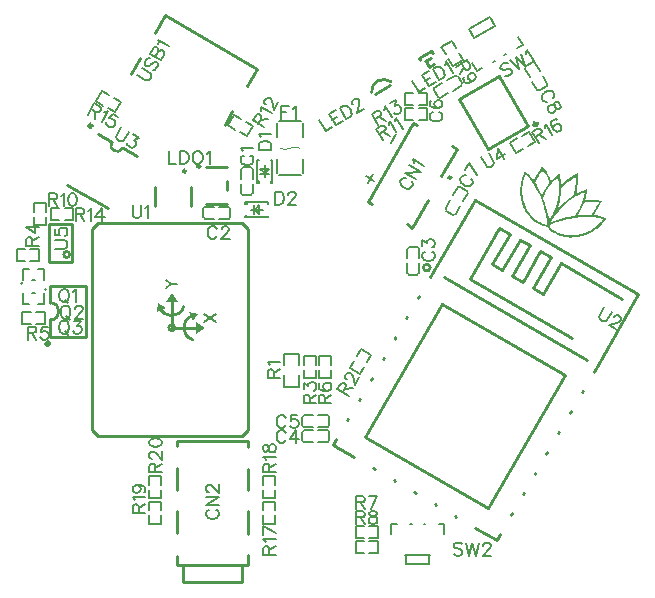
<source format=gto>
G04 Layer: TopSilkscreenLayer*
G04 EasyEDA v6.5.22, 2023-01-18 14:56:14*
G04 eb7a50f388b942ddb5e33576d95934dd,93c32eb58a6e4653a9b851d96a472eee,10*
G04 Gerber Generator version 0.2*
G04 Scale: 100 percent, Rotated: No, Reflected: No *
G04 Dimensions in millimeters *
G04 leading zeros omitted , absolute positions ,4 integer and 5 decimal *
%FSLAX45Y45*%
%MOMM*%

%ADD10C,0.2032*%
%ADD11C,0.1524*%
%ADD12C,0.1520*%
%ADD13C,0.2540*%
%ADD14C,0.1520*%
%ADD15C,0.1900*%
%ADD16C,0.0762*%
%ADD17C,0.3000*%
%ADD18C,0.0143*%

%LPD*%
G36*
X2424531Y3067405D02*
G01*
X2422550Y3067304D01*
X2421432Y3066745D01*
X2420010Y3065576D01*
X2416352Y3061208D01*
X2411272Y3053943D01*
X2404567Y3043428D01*
X2396083Y3029305D01*
X2354122Y2956814D01*
X2339644Y2975203D01*
X2331262Y2985058D01*
X2322474Y2994710D01*
X2313635Y3003804D01*
X2305050Y3011982D01*
X2297074Y3018891D01*
X2288133Y3025495D01*
X2283815Y3027781D01*
X2280259Y3028340D01*
X2277160Y3027019D01*
X2274265Y3023463D01*
X2271268Y3017570D01*
X2267915Y3009087D01*
X2261768Y2991408D01*
X2257806Y2978810D01*
X2254250Y2966262D01*
X2251100Y2953816D01*
X2248306Y2941421D01*
X2245969Y2929128D01*
X2243988Y2916885D01*
X2242413Y2904693D01*
X2241296Y2892602D01*
X2240483Y2880614D01*
X2240127Y2867456D01*
X2257348Y2867456D01*
X2257501Y2879445D01*
X2258110Y2891434D01*
X2259126Y2903372D01*
X2260600Y2915208D01*
X2262479Y2926943D01*
X2264765Y2938526D01*
X2267559Y2949956D01*
X2270760Y2961233D01*
X2282088Y2996184D01*
X2285542Y3005683D01*
X2300478Y2991967D01*
X2311806Y2980486D01*
X2319680Y2971901D01*
X2325268Y2965094D01*
X2331212Y2957322D01*
X2343822Y2939135D01*
X2367534Y2939135D01*
X2368296Y2942234D01*
X2370074Y2946654D01*
X2372817Y2952496D01*
X2381554Y2969006D01*
X2395118Y2992932D01*
X2410612Y3019399D01*
X2415997Y3028188D01*
X2420112Y3034436D01*
X2423210Y3038500D01*
X2425496Y3040786D01*
X2427274Y3041548D01*
X2428748Y3041192D01*
X2431592Y3038551D01*
X2436164Y3033217D01*
X2441803Y3026003D01*
X2447899Y3017621D01*
X2455621Y3005836D01*
X2463444Y2992323D01*
X2470861Y2978251D01*
X2477312Y2964637D01*
X2482189Y2952597D01*
X2483916Y2947517D01*
X2485085Y2943250D01*
X2485491Y2940608D01*
X2485491Y2938068D01*
X2484882Y2935427D01*
X2483561Y2932277D01*
X2481326Y2928416D01*
X2473553Y2917190D01*
X2463546Y2903524D01*
X2454656Y2890469D01*
X2445867Y2876651D01*
X2438196Y2863646D01*
X2429865Y2848203D01*
X2422296Y2834894D01*
X2420924Y2833065D01*
X2417927Y2838958D01*
X2407361Y2862072D01*
X2401062Y2874670D01*
X2369616Y2932938D01*
X2367584Y2937256D01*
X2367534Y2939135D01*
X2343822Y2939135D01*
X2356662Y2918764D01*
X2363266Y2907690D01*
X2376373Y2884220D01*
X2382824Y2872079D01*
X2392222Y2853537D01*
X2403957Y2828696D01*
X2412214Y2809697D01*
X2434183Y2809697D01*
X2434336Y2812897D01*
X2434844Y2815640D01*
X2437384Y2822244D01*
X2441600Y2831134D01*
X2447137Y2841701D01*
X2453741Y2853436D01*
X2461107Y2865932D01*
X2468880Y2878531D01*
X2476804Y2890875D01*
X2484577Y2902356D01*
X2491841Y2912516D01*
X2498293Y2920796D01*
X2509266Y2933649D01*
X2520137Y2945739D01*
X2530449Y2956661D01*
X2539847Y2966110D01*
X2547924Y2973628D01*
X2554325Y2978912D01*
X2558643Y2981502D01*
X2559913Y2981655D01*
X2560472Y2981045D01*
X2562098Y2968904D01*
X2566111Y2932480D01*
X2567787Y2908655D01*
X2568244Y2896971D01*
X2568295Y2874060D01*
X2567940Y2862732D01*
X2567279Y2851505D01*
X2565095Y2829255D01*
X2562656Y2812694D01*
X2559608Y2796082D01*
X2557170Y2784957D01*
X2554427Y2773832D01*
X2547975Y2751328D01*
X2540254Y2728417D01*
X2533961Y2711805D01*
X2554071Y2711805D01*
X2564841Y2743911D01*
X2567940Y2754020D01*
X2570734Y2764180D01*
X2573223Y2774492D01*
X2575509Y2785110D01*
X2577541Y2796082D01*
X2579370Y2807512D01*
X2582367Y2832100D01*
X2586278Y2873756D01*
X2587853Y2884932D01*
X2589276Y2892044D01*
X2589936Y2893669D01*
X2591257Y2895295D01*
X2596845Y2900578D01*
X2605684Y2908096D01*
X2630068Y2927502D01*
X2658668Y2949194D01*
X2672638Y2959506D01*
X2696514Y2976321D01*
X2704846Y2981756D01*
X2709875Y2984449D01*
X2710891Y2984601D01*
X2711348Y2982010D01*
X2711450Y2975660D01*
X2711246Y2966466D01*
X2710332Y2949549D01*
X2708148Y2924911D01*
X2704947Y2898851D01*
X2700832Y2872079D01*
X2698445Y2858668D01*
X2692755Y2829509D01*
X2657906Y2806496D01*
X2647543Y2799181D01*
X2637028Y2791358D01*
X2626461Y2783128D01*
X2616047Y2774594D01*
X2605989Y2765907D01*
X2596337Y2757220D01*
X2587294Y2748635D01*
X2578963Y2740304D01*
X2571597Y2732328D01*
X2554071Y2711805D01*
X2533961Y2711805D01*
X2526233Y2692958D01*
X2515158Y2668422D01*
X2502712Y2642920D01*
X2486202Y2610256D01*
X2481732Y2634792D01*
X2479700Y2644495D01*
X2473858Y2668828D01*
X2466492Y2697073D01*
X2458364Y2726232D01*
X2450439Y2753106D01*
X2446782Y2764739D01*
X2437688Y2791510D01*
X2436215Y2796895D01*
X2435148Y2801721D01*
X2434488Y2805988D01*
X2434183Y2809697D01*
X2412214Y2809697D01*
X2420772Y2787904D01*
X2429103Y2763774D01*
X2437130Y2737866D01*
X2444699Y2710942D01*
X2449931Y2690723D01*
X2456078Y2664409D01*
X2461107Y2639618D01*
X2463139Y2628138D01*
X2466551Y2602687D01*
X2500325Y2602687D01*
X2520442Y2633878D01*
X2528265Y2645613D01*
X2544114Y2668168D01*
X2552090Y2678887D01*
X2564130Y2694432D01*
X2572207Y2704338D01*
X2588514Y2723134D01*
X2604973Y2740558D01*
X2613253Y2748788D01*
X2621584Y2756662D01*
X2629966Y2764180D01*
X2646832Y2778201D01*
X2655316Y2784652D01*
X2663850Y2790799D01*
X2672384Y2796590D01*
X2681020Y2802077D01*
X2689148Y2806750D01*
X2712669Y2819146D01*
X2740456Y2832963D01*
X2766060Y2845054D01*
X2776016Y2849422D01*
X2782976Y2852216D01*
X2786176Y2853029D01*
X2785973Y2850946D01*
X2783332Y2837383D01*
X2779826Y2821736D01*
X2776728Y2809798D01*
X2773172Y2797759D01*
X2769158Y2785516D01*
X2764688Y2773222D01*
X2759811Y2760878D01*
X2754528Y2748534D01*
X2748838Y2736240D01*
X2742793Y2724048D01*
X2736392Y2712008D01*
X2728010Y2697124D01*
X2719425Y2682494D01*
X2712364Y2671419D01*
X2709214Y2667101D01*
X2706166Y2663393D01*
X2703169Y2660345D01*
X2700172Y2657805D01*
X2726842Y2657805D01*
X2780690Y2761183D01*
X2782468Y2763621D01*
X2784602Y2765501D01*
X2787446Y2766974D01*
X2791256Y2768193D01*
X2796336Y2769260D01*
X2811576Y2771394D01*
X2823413Y2772460D01*
X2836672Y2773121D01*
X2850438Y2773324D01*
X2864053Y2773121D01*
X2876651Y2772511D01*
X2887472Y2771597D01*
X2895752Y2770276D01*
X2898698Y2769514D01*
X2900730Y2768650D01*
X2902813Y2766517D01*
X2902813Y2762910D01*
X2900426Y2756763D01*
X2892653Y2741930D01*
X2878988Y2718104D01*
X2864002Y2693263D01*
X2851505Y2673604D01*
X2846019Y2666034D01*
X2843377Y2664155D01*
X2839669Y2662783D01*
X2835402Y2662123D01*
X2827934Y2662478D01*
X2817164Y2662529D01*
X2801670Y2662123D01*
X2783332Y2661259D01*
X2726842Y2657805D01*
X2700172Y2657805D01*
X2697073Y2655722D01*
X2693771Y2654046D01*
X2690215Y2652674D01*
X2686304Y2651506D01*
X2677160Y2649626D01*
X2657602Y2646121D01*
X2633675Y2640939D01*
X2606294Y2634335D01*
X2578201Y2627020D01*
X2551938Y2619705D01*
X2530246Y2612999D01*
X2500325Y2602687D01*
X2466551Y2602687D01*
X2467152Y2594356D01*
X2467559Y2579116D01*
X2445308Y2584500D01*
X2434234Y2588056D01*
X2422956Y2592578D01*
X2411577Y2597962D01*
X2400147Y2604109D01*
X2388768Y2611069D01*
X2377541Y2618689D01*
X2366518Y2626969D01*
X2355850Y2635808D01*
X2345588Y2645156D01*
X2335834Y2654960D01*
X2326640Y2665171D01*
X2318867Y2674721D01*
X2312314Y2683713D01*
X2306066Y2693060D01*
X2300173Y2702763D01*
X2294636Y2712821D01*
X2289454Y2723134D01*
X2284679Y2733700D01*
X2280259Y2744520D01*
X2276195Y2755595D01*
X2272538Y2766822D01*
X2269236Y2778302D01*
X2266340Y2789885D01*
X2263851Y2801620D01*
X2261768Y2813456D01*
X2260092Y2825343D01*
X2258771Y2837332D01*
X2257907Y2849372D01*
X2257348Y2867456D01*
X2240127Y2867456D01*
X2240178Y2856788D01*
X2240635Y2845003D01*
X2241448Y2833268D01*
X2242667Y2821635D01*
X2244293Y2810103D01*
X2246376Y2798622D01*
X2248763Y2787192D01*
X2251608Y2775864D01*
X2254859Y2764637D01*
X2258466Y2753461D01*
X2262530Y2742387D01*
X2266950Y2731363D01*
X2271776Y2720390D01*
X2277008Y2709570D01*
X2282647Y2698750D01*
X2288743Y2688031D01*
X2295448Y2677414D01*
X2302662Y2667050D01*
X2310333Y2657043D01*
X2318461Y2647340D01*
X2326995Y2637993D01*
X2335936Y2629103D01*
X2345131Y2620568D01*
X2354630Y2612542D01*
X2364384Y2605024D01*
X2374341Y2598013D01*
X2384450Y2591562D01*
X2394661Y2585720D01*
X2404973Y2580487D01*
X2415286Y2575864D01*
X2425598Y2572004D01*
X2435860Y2568803D01*
X2439412Y2567889D01*
X2485898Y2567889D01*
X2485948Y2569006D01*
X2486660Y2570276D01*
X2487879Y2571648D01*
X2489758Y2573223D01*
X2495042Y2576626D01*
X2502306Y2580487D01*
X2511348Y2584653D01*
X2521915Y2589123D01*
X2546908Y2598420D01*
X2560878Y2603144D01*
X2575560Y2607818D01*
X2590749Y2612339D01*
X2606192Y2616657D01*
X2621737Y2620670D01*
X2637129Y2624277D01*
X2663088Y2629712D01*
X2689098Y2634284D01*
X2715056Y2638094D01*
X2740710Y2641041D01*
X2766009Y2643124D01*
X2790748Y2644444D01*
X2808833Y2644800D01*
X2832201Y2644597D01*
X2854604Y2643479D01*
X2875889Y2641447D01*
X2889961Y2639466D01*
X2909620Y2635656D01*
X2927604Y2631236D01*
X2934563Y2629204D01*
X2939338Y2627477D01*
X2941320Y2626156D01*
X2940100Y2624226D01*
X2931007Y2612898D01*
X2919882Y2599944D01*
X2910789Y2590190D01*
X2901391Y2580843D01*
X2891688Y2571902D01*
X2881680Y2563418D01*
X2871419Y2555341D01*
X2860802Y2547721D01*
X2849930Y2540508D01*
X2838805Y2533751D01*
X2827375Y2527401D01*
X2815691Y2521508D01*
X2803753Y2516073D01*
X2791561Y2511094D01*
X2779115Y2506573D01*
X2766415Y2502509D01*
X2753461Y2498902D01*
X2740660Y2495854D01*
X2728112Y2493365D01*
X2715615Y2491384D01*
X2703169Y2489911D01*
X2690774Y2488996D01*
X2678430Y2488539D01*
X2666187Y2488641D01*
X2653995Y2489200D01*
X2641955Y2490317D01*
X2630017Y2491892D01*
X2618181Y2493975D01*
X2606497Y2496566D01*
X2594965Y2499664D01*
X2583586Y2503271D01*
X2572359Y2507335D01*
X2561336Y2511907D01*
X2550515Y2516987D01*
X2539898Y2522575D01*
X2530348Y2528214D01*
X2520492Y2535275D01*
X2509977Y2543606D01*
X2500071Y2552242D01*
X2491943Y2560066D01*
X2488996Y2563317D01*
X2486914Y2565958D01*
X2485898Y2567889D01*
X2439412Y2567889D01*
X2446070Y2566365D01*
X2460599Y2563672D01*
X2466695Y2561386D01*
X2471724Y2557272D01*
X2481580Y2545943D01*
X2490063Y2537510D01*
X2500071Y2528976D01*
X2511298Y2520543D01*
X2523388Y2512466D01*
X2536037Y2504846D01*
X2548940Y2497988D01*
X2561793Y2492095D01*
X2574899Y2487015D01*
X2587904Y2482494D01*
X2600299Y2478735D01*
X2612237Y2475687D01*
X2623921Y2473248D01*
X2635605Y2471521D01*
X2647442Y2470353D01*
X2659634Y2469794D01*
X2672384Y2469794D01*
X2685897Y2470302D01*
X2698902Y2471216D01*
X2710738Y2472486D01*
X2722575Y2474163D01*
X2734462Y2476296D01*
X2746298Y2478836D01*
X2758084Y2481783D01*
X2769768Y2485136D01*
X2781401Y2488844D01*
X2792933Y2492959D01*
X2804312Y2497429D01*
X2815488Y2502255D01*
X2826562Y2507386D01*
X2837383Y2512923D01*
X2847949Y2518765D01*
X2858312Y2524912D01*
X2868422Y2531364D01*
X2878175Y2538120D01*
X2887675Y2545181D01*
X2896768Y2552496D01*
X2905556Y2560116D01*
X2913684Y2567736D01*
X2922981Y2577287D01*
X2933344Y2588361D01*
X2943453Y2599740D01*
X2959404Y2618740D01*
X2965246Y2626766D01*
X2966872Y2631186D01*
X2965500Y2634030D01*
X2963468Y2635707D01*
X2960522Y2637536D01*
X2956712Y2639466D01*
X2946958Y2643479D01*
X2935020Y2647492D01*
X2921711Y2651252D01*
X2907893Y2654604D01*
X2894380Y2657246D01*
X2881934Y2658973D01*
X2865932Y2660446D01*
X2866898Y2662631D01*
X2874873Y2677312D01*
X2910027Y2739136D01*
X2917139Y2751988D01*
X2926842Y2770784D01*
X2928874Y2775559D01*
X2929026Y2776524D01*
X2927248Y2778506D01*
X2923184Y2780639D01*
X2917190Y2782824D01*
X2909671Y2784906D01*
X2900984Y2786837D01*
X2891536Y2788564D01*
X2881630Y2789885D01*
X2871724Y2790799D01*
X2858262Y2791307D01*
X2843276Y2791307D01*
X2828290Y2790799D01*
X2814828Y2789936D01*
X2804464Y2788716D01*
X2800959Y2788005D01*
X2798775Y2787243D01*
X2794914Y2786532D01*
X2791460Y2787904D01*
X2789377Y2790596D01*
X2789732Y2793847D01*
X2790698Y2796082D01*
X2793492Y2805176D01*
X2800756Y2833827D01*
X2804109Y2848813D01*
X2806547Y2861208D01*
X2808833Y2877972D01*
X2792425Y2873908D01*
X2782925Y2870758D01*
X2770733Y2866186D01*
X2738120Y2852978D01*
X2727807Y2849321D01*
X2720695Y2847390D01*
X2717901Y2847594D01*
X2717850Y2849829D01*
X2719120Y2858465D01*
X2720695Y2866136D01*
X2721762Y2873705D01*
X2724048Y2897378D01*
X2726385Y2927756D01*
X2728315Y2959354D01*
X2729585Y2986633D01*
X2729738Y3004108D01*
X2728366Y3015640D01*
X2709468Y3004870D01*
X2698496Y2998216D01*
X2673604Y2982112D01*
X2647340Y2964180D01*
X2623007Y2946806D01*
X2603855Y2932176D01*
X2597200Y2926588D01*
X2593035Y2922574D01*
X2590749Y2919628D01*
X2589631Y2919425D01*
X2588514Y2920695D01*
X2587447Y2923641D01*
X2586329Y2928315D01*
X2583891Y2943504D01*
X2581656Y2960878D01*
X2579624Y2974441D01*
X2577388Y2987040D01*
X2575204Y2997149D01*
X2569921Y3015843D01*
X2559913Y3007969D01*
X2543860Y2993339D01*
X2501595Y2952292D01*
X2491587Y2976016D01*
X2485491Y2989224D01*
X2478481Y3002534D01*
X2470810Y3015538D01*
X2462784Y3027883D01*
X2454656Y3039211D01*
X2446731Y3049117D01*
X2439263Y3057245D01*
X2435809Y3060547D01*
X2432558Y3063240D01*
X2429611Y3065322D01*
X2426919Y3066745D01*
G37*
D10*
X1185443Y3343384D02*
G01*
X1144549Y3272553D01*
X1004450Y2948106D02*
G01*
X933401Y2989127D01*
X989482Y3003969D02*
G01*
X948588Y2933138D01*
D11*
X-761723Y2038880D02*
G01*
X-715749Y2075710D01*
X-664949Y2075710D01*
X-761723Y2112794D02*
G01*
X-715749Y2075710D01*
X-436140Y1757265D02*
G01*
X-339112Y1821781D01*
X-436140Y1821781D02*
G01*
X-339112Y1757265D01*
X-102108Y3164078D02*
G01*
X-112522Y3158744D01*
X-122936Y3148329D01*
X-128015Y3138170D01*
X-128015Y3117342D01*
X-122936Y3106928D01*
X-112522Y3096513D01*
X-102108Y3091179D01*
X-86359Y3086100D01*
X-60452Y3086100D01*
X-44958Y3091179D01*
X-34543Y3096513D01*
X-24129Y3106928D01*
X-19050Y3117342D01*
X-19050Y3138170D01*
X-24129Y3148329D01*
X-34543Y3158744D01*
X-44958Y3164078D01*
X-107188Y3198368D02*
G01*
X-112522Y3208781D01*
X-128015Y3224276D01*
X-19050Y3224276D01*
X-328422Y2540507D02*
G01*
X-333756Y2550921D01*
X-344170Y2561336D01*
X-354329Y2566415D01*
X-375158Y2566415D01*
X-385572Y2561336D01*
X-395986Y2550921D01*
X-401320Y2540507D01*
X-406400Y2524760D01*
X-406400Y2498852D01*
X-401320Y2483357D01*
X-395986Y2472944D01*
X-385572Y2462529D01*
X-375158Y2457450D01*
X-354329Y2457450D01*
X-344170Y2462529D01*
X-333756Y2472944D01*
X-328422Y2483357D01*
X-289052Y2540507D02*
G01*
X-289052Y2545587D01*
X-283718Y2556002D01*
X-278638Y2561336D01*
X-268224Y2566415D01*
X-247395Y2566415D01*
X-236981Y2561336D01*
X-231902Y2556002D01*
X-226568Y2545587D01*
X-226568Y2535173D01*
X-231902Y2524760D01*
X-242315Y2509265D01*
X-294131Y2457450D01*
X-221488Y2457450D01*
X24384Y3213100D02*
G01*
X133350Y3213100D01*
X24384Y3213100D02*
G01*
X24384Y3249421D01*
X29463Y3265170D01*
X39877Y3275329D01*
X50291Y3280663D01*
X66040Y3285744D01*
X91947Y3285744D01*
X107441Y3280663D01*
X117856Y3275329D01*
X128270Y3265170D01*
X133350Y3249421D01*
X133350Y3213100D01*
X45211Y3320034D02*
G01*
X39877Y3330447D01*
X24384Y3346195D01*
X133350Y3346195D01*
X165100Y2858515D02*
G01*
X165100Y2749550D01*
X165100Y2858515D02*
G01*
X201422Y2858515D01*
X217170Y2853436D01*
X227329Y2843021D01*
X232663Y2832607D01*
X237743Y2816860D01*
X237743Y2790952D01*
X232663Y2775457D01*
X227329Y2765044D01*
X217170Y2754629D01*
X201422Y2749550D01*
X165100Y2749550D01*
X277368Y2832607D02*
G01*
X277368Y2837687D01*
X282447Y2848102D01*
X287781Y2853436D01*
X298195Y2858515D01*
X318770Y2858515D01*
X329184Y2853436D01*
X334518Y2848102D01*
X339597Y2837687D01*
X339597Y2827273D01*
X334518Y2816860D01*
X324104Y2801365D01*
X272034Y2749550D01*
X344931Y2749550D01*
X215900Y3582415D02*
G01*
X215900Y3473450D01*
X215900Y3582415D02*
G01*
X283463Y3582415D01*
X215900Y3530600D02*
G01*
X257556Y3530600D01*
X317754Y3561587D02*
G01*
X328168Y3566921D01*
X343661Y3582415D01*
X343661Y3473450D01*
X539241Y3465367D02*
G01*
X593725Y3370999D01*
X593725Y3370999D02*
G01*
X647618Y3402114D01*
X622830Y3513627D02*
G01*
X677313Y3419259D01*
X622830Y3513627D02*
G01*
X681342Y3547409D01*
X648738Y3468753D02*
G01*
X684814Y3489581D01*
X677313Y3419259D02*
G01*
X735825Y3453041D01*
X711039Y3564554D02*
G01*
X765522Y3470186D01*
X711039Y3564554D02*
G01*
X742713Y3582842D01*
X758672Y3586190D01*
X772899Y3582377D01*
X782505Y3575898D01*
X794999Y3564928D01*
X807953Y3542489D01*
X811080Y3526406D01*
X811888Y3514846D01*
X808075Y3500620D01*
X797196Y3488474D01*
X765522Y3470186D01*
X821220Y3598250D02*
G01*
X818680Y3602649D01*
X818093Y3614336D01*
X819825Y3621496D01*
X826302Y3631102D01*
X844341Y3641516D01*
X855898Y3642324D01*
X862965Y3640244D01*
X872792Y3633891D01*
X877999Y3624872D01*
X878586Y3613188D01*
X877315Y3594562D01*
X858349Y3523780D01*
X921260Y3560102D01*
X-1632457Y2033015D02*
G01*
X-1642871Y2027936D01*
X-1653286Y2017521D01*
X-1658620Y2007107D01*
X-1663700Y1991360D01*
X-1663700Y1965452D01*
X-1658620Y1949957D01*
X-1653286Y1939544D01*
X-1642871Y1929129D01*
X-1632457Y1924050D01*
X-1611629Y1924050D01*
X-1601470Y1929129D01*
X-1591055Y1939544D01*
X-1585721Y1949957D01*
X-1580642Y1965452D01*
X-1580642Y1991360D01*
X-1585721Y2007107D01*
X-1591055Y2017521D01*
X-1601470Y2027936D01*
X-1611629Y2033015D01*
X-1632457Y2033015D01*
X-1616963Y1944623D02*
G01*
X-1585721Y1913636D01*
X-1546352Y2012187D02*
G01*
X-1535937Y2017521D01*
X-1520189Y2033015D01*
X-1520189Y1924050D01*
X-1619757Y1893315D02*
G01*
X-1630171Y1888236D01*
X-1640586Y1877821D01*
X-1645920Y1867407D01*
X-1651000Y1851660D01*
X-1651000Y1825752D01*
X-1645920Y1810257D01*
X-1640586Y1799844D01*
X-1630171Y1789429D01*
X-1619757Y1784350D01*
X-1598929Y1784350D01*
X-1588770Y1789429D01*
X-1578355Y1799844D01*
X-1573021Y1810257D01*
X-1567942Y1825752D01*
X-1567942Y1851660D01*
X-1573021Y1867407D01*
X-1578355Y1877821D01*
X-1588770Y1888236D01*
X-1598929Y1893315D01*
X-1619757Y1893315D01*
X-1604263Y1804923D02*
G01*
X-1573021Y1773936D01*
X-1528318Y1867407D02*
G01*
X-1528318Y1872487D01*
X-1523237Y1882902D01*
X-1517904Y1888236D01*
X-1507489Y1893315D01*
X-1486915Y1893315D01*
X-1476502Y1888236D01*
X-1471168Y1882902D01*
X-1466087Y1872487D01*
X-1466087Y1862073D01*
X-1471168Y1851660D01*
X-1481581Y1836165D01*
X-1533652Y1784350D01*
X-1460754Y1784350D01*
X-1632457Y1766315D02*
G01*
X-1642871Y1761236D01*
X-1653286Y1750821D01*
X-1658620Y1740407D01*
X-1663700Y1724660D01*
X-1663700Y1698752D01*
X-1658620Y1683257D01*
X-1653286Y1672844D01*
X-1642871Y1662429D01*
X-1632457Y1657350D01*
X-1611629Y1657350D01*
X-1601470Y1662429D01*
X-1591055Y1672844D01*
X-1585721Y1683257D01*
X-1580642Y1698752D01*
X-1580642Y1724660D01*
X-1585721Y1740407D01*
X-1591055Y1750821D01*
X-1601470Y1761236D01*
X-1611629Y1766315D01*
X-1632457Y1766315D01*
X-1616963Y1677923D02*
G01*
X-1585721Y1646936D01*
X-1535937Y1766315D02*
G01*
X-1478787Y1766315D01*
X-1510029Y1724660D01*
X-1494281Y1724660D01*
X-1483868Y1719579D01*
X-1478787Y1714500D01*
X-1473454Y1698752D01*
X-1473454Y1688337D01*
X-1478787Y1672844D01*
X-1489202Y1662429D01*
X-1504695Y1657350D01*
X-1520189Y1657350D01*
X-1535937Y1662429D01*
X-1541018Y1667510D01*
X-1546352Y1677923D01*
X100584Y1282700D02*
G01*
X209550Y1282700D01*
X100584Y1282700D02*
G01*
X100584Y1329436D01*
X105663Y1344929D01*
X110997Y1350263D01*
X121411Y1355344D01*
X131825Y1355344D01*
X142240Y1350263D01*
X147320Y1344929D01*
X152400Y1329436D01*
X152400Y1282700D01*
X152400Y1319021D02*
G01*
X209550Y1355344D01*
X121411Y1389634D02*
G01*
X116077Y1400047D01*
X100584Y1415795D01*
X209550Y1415795D01*
X691743Y1184485D02*
G01*
X786330Y1129875D01*
X691743Y1184485D02*
G01*
X715111Y1224960D01*
X727478Y1235712D01*
X734418Y1237571D01*
X746104Y1236985D01*
X755121Y1231778D01*
X761474Y1221950D01*
X763333Y1215011D01*
X760206Y1198925D01*
X736838Y1158450D01*
X754999Y1189906D02*
G01*
X822652Y1192789D01*
X770188Y1268539D02*
G01*
X765789Y1271079D01*
X759437Y1280906D01*
X757577Y1287846D01*
X758164Y1299530D01*
X768578Y1317569D01*
X778405Y1323921D01*
X785345Y1325780D01*
X797031Y1325191D01*
X806048Y1319984D01*
X812401Y1310159D01*
X820613Y1293393D01*
X839797Y1222484D01*
X876119Y1285394D01*
X405384Y1066800D02*
G01*
X514350Y1066800D01*
X405384Y1066800D02*
G01*
X405384Y1113536D01*
X410463Y1129029D01*
X415797Y1134363D01*
X426211Y1139444D01*
X436625Y1139444D01*
X447040Y1134363D01*
X452120Y1129029D01*
X457200Y1113536D01*
X457200Y1066800D01*
X457200Y1103121D02*
G01*
X514350Y1139444D01*
X405384Y1184147D02*
G01*
X405384Y1241297D01*
X447040Y1210310D01*
X447040Y1225804D01*
X452120Y1236218D01*
X457200Y1241297D01*
X472947Y1246631D01*
X483361Y1246631D01*
X498856Y1241297D01*
X509270Y1230884D01*
X514350Y1215389D01*
X514350Y1199895D01*
X509270Y1184147D01*
X504190Y1179068D01*
X493775Y1173734D01*
X-1944115Y2400300D02*
G01*
X-1835150Y2400300D01*
X-1944115Y2400300D02*
G01*
X-1944115Y2447036D01*
X-1939036Y2462529D01*
X-1933702Y2467863D01*
X-1923287Y2472944D01*
X-1912873Y2472944D01*
X-1902460Y2467863D01*
X-1897379Y2462529D01*
X-1892300Y2447036D01*
X-1892300Y2400300D01*
X-1892300Y2436621D02*
G01*
X-1835150Y2472944D01*
X-1944115Y2559304D02*
G01*
X-1871471Y2507234D01*
X-1871471Y2585212D01*
X-1944115Y2559304D02*
G01*
X-1835150Y2559304D01*
X-1930400Y1715515D02*
G01*
X-1930400Y1606550D01*
X-1930400Y1715515D02*
G01*
X-1883663Y1715515D01*
X-1868170Y1710436D01*
X-1862836Y1705102D01*
X-1857755Y1694687D01*
X-1857755Y1684273D01*
X-1862836Y1673860D01*
X-1868170Y1668779D01*
X-1883663Y1663700D01*
X-1930400Y1663700D01*
X-1894078Y1663700D02*
G01*
X-1857755Y1606550D01*
X-1760981Y1715515D02*
G01*
X-1813052Y1715515D01*
X-1818131Y1668779D01*
X-1813052Y1673860D01*
X-1797304Y1679194D01*
X-1781810Y1679194D01*
X-1766315Y1673860D01*
X-1755902Y1663700D01*
X-1750568Y1647952D01*
X-1750568Y1637537D01*
X-1755902Y1622044D01*
X-1766315Y1611629D01*
X-1781810Y1606550D01*
X-1797304Y1606550D01*
X-1813052Y1611629D01*
X-1818131Y1616710D01*
X-1823465Y1627123D01*
X532384Y1066800D02*
G01*
X641350Y1066800D01*
X532384Y1066800D02*
G01*
X532384Y1113536D01*
X537463Y1129029D01*
X542797Y1134363D01*
X553211Y1139444D01*
X563625Y1139444D01*
X574040Y1134363D01*
X579120Y1129029D01*
X584200Y1113536D01*
X584200Y1066800D01*
X584200Y1103121D02*
G01*
X641350Y1139444D01*
X547877Y1236218D02*
G01*
X537463Y1230884D01*
X532384Y1215389D01*
X532384Y1204976D01*
X537463Y1189481D01*
X553211Y1179068D01*
X579120Y1173734D01*
X605027Y1173734D01*
X625856Y1179068D01*
X636270Y1189481D01*
X641350Y1204976D01*
X641350Y1210310D01*
X636270Y1225804D01*
X625856Y1236218D01*
X610361Y1241297D01*
X605027Y1241297D01*
X589534Y1236218D01*
X579120Y1225804D01*
X574040Y1210310D01*
X574040Y1204976D01*
X579120Y1189481D01*
X589534Y1179068D01*
X605027Y1173734D01*
X850900Y280415D02*
G01*
X850900Y171450D01*
X850900Y280415D02*
G01*
X897636Y280415D01*
X913129Y275336D01*
X918463Y270002D01*
X923543Y259587D01*
X923543Y249173D01*
X918463Y238760D01*
X913129Y233679D01*
X897636Y228600D01*
X850900Y228600D01*
X887222Y228600D02*
G01*
X923543Y171450D01*
X1030731Y280415D02*
G01*
X978661Y171450D01*
X957834Y280415D02*
G01*
X1030731Y280415D01*
X850900Y153415D02*
G01*
X850900Y44450D01*
X850900Y153415D02*
G01*
X897636Y153415D01*
X913129Y148336D01*
X918463Y143002D01*
X923543Y132587D01*
X923543Y122173D01*
X918463Y111760D01*
X913129Y106679D01*
X897636Y101600D01*
X850900Y101600D01*
X887222Y101600D02*
G01*
X923543Y44450D01*
X983995Y153415D02*
G01*
X968247Y148336D01*
X963168Y137921D01*
X963168Y127507D01*
X968247Y117094D01*
X978661Y111760D01*
X999490Y106679D01*
X1014984Y101600D01*
X1025397Y91186D01*
X1030731Y80771D01*
X1030731Y65023D01*
X1025397Y54610D01*
X1020318Y49529D01*
X1004570Y44450D01*
X983995Y44450D01*
X968247Y49529D01*
X963168Y54610D01*
X957834Y65023D01*
X957834Y80771D01*
X963168Y91186D01*
X973581Y101600D01*
X989075Y106679D01*
X1009904Y111760D01*
X1020318Y117094D01*
X1025397Y127507D01*
X1025397Y137921D01*
X1020318Y148336D01*
X1004570Y153415D01*
X983995Y153415D01*
X1788967Y3969257D02*
G01*
X1694599Y3914775D01*
X1788967Y3969257D02*
G01*
X1812335Y3928783D01*
X1815683Y3912824D01*
X1813730Y3905539D01*
X1807250Y3895933D01*
X1798231Y3890726D01*
X1786674Y3889918D01*
X1779607Y3891996D01*
X1767461Y3902875D01*
X1744093Y3943350D01*
X1762254Y3911894D02*
G01*
X1730921Y3851864D01*
X1844758Y3799977D02*
G01*
X1828802Y3796629D01*
X1814575Y3800441D01*
X1802208Y3811193D01*
X1799541Y3815811D01*
X1796415Y3831897D01*
X1800227Y3846123D01*
X1810976Y3858488D01*
X1815376Y3861028D01*
X1831682Y3864284D01*
X1845909Y3860472D01*
X1858055Y3849593D01*
X1860722Y3844975D01*
X1864070Y3829016D01*
X1860257Y3814790D01*
X1844758Y3799977D01*
X1822322Y3787023D01*
X1797126Y3778341D01*
X1778500Y3779613D01*
X1766354Y3790492D01*
X1761147Y3799509D01*
X1757672Y3815689D01*
X1764151Y3825295D01*
X-1752600Y2845815D02*
G01*
X-1752600Y2736850D01*
X-1752600Y2845815D02*
G01*
X-1705863Y2845815D01*
X-1690370Y2840736D01*
X-1685036Y2835402D01*
X-1679955Y2824987D01*
X-1679955Y2814573D01*
X-1685036Y2804160D01*
X-1690370Y2799079D01*
X-1705863Y2794000D01*
X-1752600Y2794000D01*
X-1716278Y2794000D02*
G01*
X-1679955Y2736850D01*
X-1645665Y2824987D02*
G01*
X-1635252Y2830321D01*
X-1619504Y2845815D01*
X-1619504Y2736850D01*
X-1554226Y2845815D02*
G01*
X-1569720Y2840736D01*
X-1580134Y2824987D01*
X-1585213Y2799079D01*
X-1585213Y2783586D01*
X-1580134Y2757423D01*
X-1569720Y2741929D01*
X-1554226Y2736850D01*
X-1543812Y2736850D01*
X-1528063Y2741929D01*
X-1517650Y2757423D01*
X-1512570Y2783586D01*
X-1512570Y2799079D01*
X-1517650Y2824987D01*
X-1528063Y2840736D01*
X-1543812Y2845815D01*
X-1554226Y2845815D01*
X1021841Y3389167D02*
G01*
X1076325Y3294799D01*
X1021841Y3389167D02*
G01*
X1062316Y3412535D01*
X1078275Y3415883D01*
X1085560Y3413930D01*
X1095166Y3407450D01*
X1100373Y3398431D01*
X1101181Y3386874D01*
X1099103Y3379807D01*
X1088224Y3367661D01*
X1047750Y3344293D01*
X1079205Y3362454D02*
G01*
X1139235Y3331121D01*
X1124864Y3424595D02*
G01*
X1131214Y3434422D01*
X1137107Y3455715D01*
X1191590Y3361347D01*
X1177216Y3454821D02*
G01*
X1183568Y3464648D01*
X1189240Y3485814D01*
X1243723Y3391446D01*
X-23667Y3461257D02*
G01*
X70700Y3406775D01*
X-23667Y3461257D02*
G01*
X-299Y3501732D01*
X11846Y3512611D01*
X19133Y3514562D01*
X30693Y3513754D01*
X39712Y3508547D01*
X46189Y3498941D01*
X47922Y3491783D01*
X44574Y3475824D01*
X21206Y3435350D01*
X39367Y3466805D02*
G01*
X107022Y3469685D01*
X47838Y3543452D02*
G01*
X48425Y3555136D01*
X42880Y3576523D01*
X137248Y3522040D01*
X85003Y3597663D02*
G01*
X80604Y3600203D01*
X74251Y3610030D01*
X72171Y3617097D01*
X72979Y3628656D01*
X83393Y3646693D01*
X92999Y3653172D01*
X100159Y3654905D01*
X111846Y3654315D01*
X120865Y3649108D01*
X127215Y3639284D01*
X135427Y3622517D01*
X154393Y3551735D01*
X190715Y3614646D01*
X983741Y3516167D02*
G01*
X1038225Y3421799D01*
X983741Y3516167D02*
G01*
X1024216Y3539535D01*
X1040175Y3542883D01*
X1047460Y3540930D01*
X1057066Y3534450D01*
X1062273Y3525431D01*
X1063081Y3513874D01*
X1061003Y3506807D01*
X1050124Y3494661D01*
X1009650Y3471293D01*
X1041105Y3489454D02*
G01*
X1101135Y3458121D01*
X1086764Y3551595D02*
G01*
X1093114Y3561422D01*
X1099007Y3582715D01*
X1153490Y3488347D01*
X1137721Y3605067D02*
G01*
X1187213Y3633642D01*
X1180985Y3581946D01*
X1194404Y3589693D01*
X1205964Y3590500D01*
X1213121Y3588768D01*
X1225395Y3577668D01*
X1230602Y3568651D01*
X1233949Y3552692D01*
X1230139Y3538466D01*
X1219039Y3526193D01*
X1205623Y3518446D01*
X1189664Y3515098D01*
X1182504Y3516830D01*
X1172898Y3523310D01*
X-1524000Y2718815D02*
G01*
X-1524000Y2609850D01*
X-1524000Y2718815D02*
G01*
X-1477263Y2718815D01*
X-1461770Y2713736D01*
X-1456436Y2708402D01*
X-1451355Y2697987D01*
X-1451355Y2687573D01*
X-1456436Y2677160D01*
X-1461770Y2672079D01*
X-1477263Y2667000D01*
X-1524000Y2667000D01*
X-1487678Y2667000D02*
G01*
X-1451355Y2609850D01*
X-1417065Y2697987D02*
G01*
X-1406652Y2703321D01*
X-1390904Y2718815D01*
X-1390904Y2609850D01*
X-1304797Y2718815D02*
G01*
X-1356613Y2646171D01*
X-1278889Y2646171D01*
X-1304797Y2718815D02*
G01*
X-1304797Y2609850D01*
X-1364742Y3605067D02*
G01*
X-1419225Y3510699D01*
X-1364742Y3605067D02*
G01*
X-1324267Y3581699D01*
X-1313388Y3569553D01*
X-1311437Y3562266D01*
X-1312245Y3550706D01*
X-1317452Y3541687D01*
X-1327058Y3535210D01*
X-1334216Y3533477D01*
X-1350175Y3536825D01*
X-1390650Y3560193D01*
X-1359194Y3542032D02*
G01*
X-1356314Y3474377D01*
X-1282547Y3533561D02*
G01*
X-1270863Y3532974D01*
X-1249476Y3538519D01*
X-1303959Y3444151D01*
X-1165887Y3490259D02*
G01*
X-1210762Y3516167D01*
X-1238750Y3478359D01*
X-1231590Y3480092D01*
X-1215504Y3476962D01*
X-1202088Y3469215D01*
X-1191115Y3456724D01*
X-1187178Y3442718D01*
X-1190652Y3426538D01*
X-1195859Y3417521D01*
X-1208006Y3406642D01*
X-1222230Y3402830D01*
X-1238410Y3406305D01*
X-1251826Y3414052D01*
X-1262705Y3426198D01*
X-1264785Y3433264D01*
X-1263977Y3444824D01*
X2342641Y3363767D02*
G01*
X2397125Y3269399D01*
X2342641Y3363767D02*
G01*
X2383116Y3387135D01*
X2399075Y3390483D01*
X2406360Y3388530D01*
X2415966Y3382050D01*
X2421173Y3373031D01*
X2421981Y3361474D01*
X2419903Y3354407D01*
X2409024Y3342261D01*
X2368550Y3318893D01*
X2400005Y3337054D02*
G01*
X2460035Y3305721D01*
X2445664Y3399195D02*
G01*
X2452014Y3409022D01*
X2457907Y3430315D01*
X2512390Y3335947D01*
X2549243Y3465156D02*
G01*
X2539636Y3471636D01*
X2523456Y3468161D01*
X2514439Y3462954D01*
X2503561Y3450808D01*
X2502415Y3431961D01*
X2510970Y3406985D01*
X2523924Y3384547D01*
X2538737Y3369050D01*
X2552964Y3365238D01*
X2568922Y3368586D01*
X2573540Y3371253D01*
X2584419Y3383399D01*
X2588232Y3397625D01*
X2585102Y3413711D01*
X2582435Y3418329D01*
X2570071Y3429081D01*
X2555844Y3432893D01*
X2539885Y3429546D01*
X2535267Y3426879D01*
X2524389Y3414732D01*
X2520576Y3400506D01*
X2523924Y3384547D01*
X62484Y-215900D02*
G01*
X171450Y-215900D01*
X62484Y-215900D02*
G01*
X62484Y-169163D01*
X67563Y-153670D01*
X72897Y-148336D01*
X83311Y-143255D01*
X93725Y-143255D01*
X104140Y-148336D01*
X109220Y-153670D01*
X114300Y-169163D01*
X114300Y-215900D01*
X114300Y-179578D02*
G01*
X171450Y-143255D01*
X83311Y-108965D02*
G01*
X77977Y-98552D01*
X62484Y-82804D01*
X171450Y-82804D01*
X62484Y24129D02*
G01*
X171450Y-27939D01*
X62484Y-48513D02*
G01*
X62484Y24129D01*
X62484Y482600D02*
G01*
X171450Y482600D01*
X62484Y482600D02*
G01*
X62484Y529336D01*
X67563Y544829D01*
X72897Y550163D01*
X83311Y555244D01*
X93725Y555244D01*
X104140Y550163D01*
X109220Y544829D01*
X114300Y529336D01*
X114300Y482600D01*
X114300Y518921D02*
G01*
X171450Y555244D01*
X83311Y589534D02*
G01*
X77977Y599947D01*
X62484Y615695D01*
X171450Y615695D01*
X62484Y675894D02*
G01*
X67563Y660400D01*
X77977Y655065D01*
X88391Y655065D01*
X98806Y660400D01*
X104140Y670560D01*
X109220Y691387D01*
X114300Y707136D01*
X124713Y717550D01*
X135127Y722629D01*
X150875Y722629D01*
X161290Y717550D01*
X166370Y712215D01*
X171450Y696721D01*
X171450Y675894D01*
X166370Y660400D01*
X161290Y655065D01*
X150875Y649986D01*
X135127Y649986D01*
X124713Y655065D01*
X114300Y665479D01*
X109220Y680973D01*
X104140Y701802D01*
X98806Y712215D01*
X88391Y717550D01*
X77977Y717550D01*
X67563Y712215D01*
X62484Y696721D01*
X62484Y675894D01*
X-1042415Y139700D02*
G01*
X-933450Y139700D01*
X-1042415Y139700D02*
G01*
X-1042415Y186436D01*
X-1037336Y201929D01*
X-1032002Y207263D01*
X-1021588Y212344D01*
X-1011174Y212344D01*
X-1000759Y207263D01*
X-995679Y201929D01*
X-990600Y186436D01*
X-990600Y139700D01*
X-990600Y176021D02*
G01*
X-933450Y212344D01*
X-1021588Y246634D02*
G01*
X-1026922Y257047D01*
X-1042415Y272795D01*
X-933450Y272795D01*
X-1006093Y374650D02*
G01*
X-990600Y369315D01*
X-980186Y358902D01*
X-974852Y343407D01*
X-974852Y338073D01*
X-980186Y322579D01*
X-990600Y312165D01*
X-1006093Y307086D01*
X-1011174Y307086D01*
X-1026922Y312165D01*
X-1037336Y322579D01*
X-1042415Y338073D01*
X-1042415Y343407D01*
X-1037336Y358902D01*
X-1026922Y369315D01*
X-1006093Y374650D01*
X-980186Y374650D01*
X-954024Y369315D01*
X-938529Y358902D01*
X-933450Y343407D01*
X-933450Y332994D01*
X-938529Y317500D01*
X-948943Y312165D01*
X-902715Y482600D02*
G01*
X-793750Y482600D01*
X-902715Y482600D02*
G01*
X-902715Y529336D01*
X-897636Y544829D01*
X-892302Y550163D01*
X-881888Y555244D01*
X-871474Y555244D01*
X-861059Y550163D01*
X-855979Y544829D01*
X-850900Y529336D01*
X-850900Y482600D01*
X-850900Y518921D02*
G01*
X-793750Y555244D01*
X-876808Y594868D02*
G01*
X-881888Y594868D01*
X-892302Y599947D01*
X-897636Y605281D01*
X-902715Y615695D01*
X-902715Y636270D01*
X-897636Y646684D01*
X-892302Y652018D01*
X-881888Y657097D01*
X-871474Y657097D01*
X-861059Y652018D01*
X-845565Y641604D01*
X-793750Y589534D01*
X-793750Y662431D01*
X-902715Y727710D02*
G01*
X-897636Y712215D01*
X-881888Y701802D01*
X-855979Y696721D01*
X-840486Y696721D01*
X-814324Y701802D01*
X-798829Y712215D01*
X-793750Y727710D01*
X-793750Y738123D01*
X-798829Y753871D01*
X-814324Y764286D01*
X-840486Y769365D01*
X-855979Y769365D01*
X-881888Y764286D01*
X-897636Y753871D01*
X-902715Y738123D01*
X-902715Y727710D01*
X-1041400Y2744215D02*
G01*
X-1041400Y2666237D01*
X-1036320Y2650744D01*
X-1025906Y2640329D01*
X-1010158Y2635250D01*
X-999743Y2635250D01*
X-984250Y2640329D01*
X-973836Y2650744D01*
X-968756Y2666237D01*
X-968756Y2744215D01*
X-934465Y2723387D02*
G01*
X-924052Y2728721D01*
X-908304Y2744215D01*
X-908304Y2635250D01*
X2953258Y1877867D02*
G01*
X2914268Y1810336D01*
X2910921Y1794377D01*
X2914733Y1780151D01*
X2925831Y1767878D01*
X2934850Y1762671D01*
X2950809Y1759323D01*
X2965033Y1763135D01*
X2977179Y1774014D01*
X3016168Y1841545D01*
X3037530Y1799295D02*
G01*
X3040070Y1803694D01*
X3049676Y1810174D01*
X3056963Y1812127D01*
X3068523Y1811319D01*
X3086341Y1801032D01*
X3092818Y1791426D01*
X3094771Y1784139D01*
X3093963Y1772579D01*
X3088756Y1763560D01*
X3079150Y1757083D01*
X3062384Y1748871D01*
X2991383Y1730032D01*
X3054515Y1693583D01*
X-1136142Y3401867D02*
G01*
X-1175130Y3334336D01*
X-1178478Y3318377D01*
X-1174666Y3304151D01*
X-1163568Y3291878D01*
X-1154549Y3286671D01*
X-1138590Y3283323D01*
X-1124366Y3287135D01*
X-1112220Y3298014D01*
X-1073231Y3365545D01*
X-1034516Y3343193D02*
G01*
X-985022Y3314618D01*
X-1032687Y3294037D01*
X-1019268Y3286290D01*
X-1012789Y3276683D01*
X-1010930Y3269744D01*
X-1014183Y3253437D01*
X-1019390Y3244420D01*
X-1031758Y3233668D01*
X-1045984Y3229856D01*
X-1061943Y3233204D01*
X-1075359Y3240951D01*
X-1086459Y3253224D01*
X-1088318Y3260163D01*
X-1087729Y3271850D01*
X1910841Y3147867D02*
G01*
X1949831Y3080336D01*
X1961977Y3069457D01*
X1976203Y3065645D01*
X1992381Y3069120D01*
X2001400Y3074327D01*
X2012279Y3086473D01*
X2016089Y3100699D01*
X2012741Y3116658D01*
X1973752Y3184189D01*
X2048543Y3227369D02*
G01*
X2039772Y3138421D01*
X2107303Y3177410D01*
X2048543Y3227369D02*
G01*
X2103026Y3133001D01*
X-1702815Y2374900D02*
G01*
X-1624837Y2374900D01*
X-1609344Y2379979D01*
X-1598929Y2390394D01*
X-1593850Y2406142D01*
X-1593850Y2416555D01*
X-1598929Y2432050D01*
X-1609344Y2442463D01*
X-1624837Y2447544D01*
X-1702815Y2447544D01*
X-1702815Y2544318D02*
G01*
X-1702815Y2492247D01*
X-1656079Y2487168D01*
X-1661160Y2492247D01*
X-1666494Y2507995D01*
X-1666494Y2523489D01*
X-1661160Y2538984D01*
X-1651000Y2549397D01*
X-1635252Y2554731D01*
X-1624837Y2554731D01*
X-1609344Y2549397D01*
X-1598929Y2538984D01*
X-1593850Y2523489D01*
X-1593850Y2507995D01*
X-1598929Y2492247D01*
X-1604010Y2487168D01*
X-1614423Y2481834D01*
X1270685Y2976067D02*
G01*
X1258999Y2976653D01*
X1244899Y2973062D01*
X1235293Y2966585D01*
X1224879Y2948546D01*
X1224071Y2936986D01*
X1227884Y2922762D01*
X1234363Y2913156D01*
X1245334Y2900662D01*
X1267772Y2887708D01*
X1283855Y2884581D01*
X1295415Y2883773D01*
X1309641Y2887583D01*
X1319248Y2894063D01*
X1329662Y2912102D01*
X1330469Y2923659D01*
X1326530Y2937664D01*
X1320177Y2947492D01*
X1265392Y3018716D02*
G01*
X1359761Y2964233D01*
X1265392Y3018716D02*
G01*
X1396083Y3027146D01*
X1301714Y3081629D02*
G01*
X1396083Y3027146D01*
X1336898Y3100910D02*
G01*
X1337485Y3112597D01*
X1331940Y3133981D01*
X1426309Y3079498D01*
X-394208Y166878D02*
G01*
X-404622Y161544D01*
X-415036Y151132D01*
X-420115Y140972D01*
X-420115Y120142D01*
X-415038Y109728D01*
X-404622Y99313D01*
X-394208Y93979D01*
X-378459Y88900D01*
X-352552Y88900D01*
X-337058Y93979D01*
X-326643Y99313D01*
X-316229Y109728D01*
X-311150Y120142D01*
X-311150Y140970D01*
X-316229Y151129D01*
X-326643Y161544D01*
X-337058Y166878D01*
X-420118Y201168D02*
G01*
X-311150Y201168D01*
X-420118Y201168D02*
G01*
X-311150Y273812D01*
X-420115Y273814D02*
G01*
X-311150Y273812D01*
X-394208Y313436D02*
G01*
X-399288Y313436D01*
X-409702Y318515D01*
X-415038Y323850D01*
X-420118Y334010D01*
X-420115Y354837D01*
X-415036Y365254D01*
X-409702Y370586D01*
X-399288Y375665D01*
X-388871Y375665D01*
X-378459Y370586D01*
X-362965Y360171D01*
X-311150Y308102D01*
X-311150Y381000D01*
X2133894Y3945463D02*
G01*
X2119673Y3949275D01*
X2103714Y3945928D01*
X2085675Y3935516D01*
X2074799Y3923367D01*
X2070986Y3909141D01*
X2076193Y3900121D01*
X2085799Y3893644D01*
X2093086Y3891691D01*
X2104641Y3892499D01*
X2136909Y3899100D01*
X2148248Y3899781D01*
X2155532Y3897828D01*
X2165139Y3891348D01*
X2172886Y3877932D01*
X2169076Y3863705D01*
X2158197Y3851559D01*
X2140158Y3841145D01*
X2124202Y3837797D01*
X2109975Y3841610D01*
X2155847Y3976027D02*
G01*
X2232987Y3894739D01*
X2200940Y4002062D02*
G01*
X2232987Y3894739D01*
X2200940Y4002062D02*
G01*
X2277861Y3920647D01*
X2245814Y4027970D02*
G01*
X2277861Y3920647D01*
X2285923Y4027076D02*
G01*
X2292276Y4036903D01*
X2298169Y4058196D01*
X2352652Y3963827D01*
X1749016Y-128811D02*
G01*
X1738856Y-118397D01*
X1723108Y-113317D01*
X1702280Y-113317D01*
X1686786Y-118397D01*
X1676372Y-128811D01*
X1676369Y-139225D01*
X1681706Y-149639D01*
X1686786Y-154719D01*
X1697200Y-160053D01*
X1728442Y-170467D01*
X1738858Y-175547D01*
X1743938Y-180881D01*
X1749016Y-191295D01*
X1749016Y-206789D01*
X1738856Y-217205D01*
X1723108Y-222283D01*
X1702280Y-222283D01*
X1686786Y-217203D01*
X1676372Y-206789D01*
X1783306Y-113317D02*
G01*
X1809468Y-222283D01*
X1835376Y-113317D02*
G01*
X1809468Y-222283D01*
X1835376Y-113317D02*
G01*
X1861284Y-222283D01*
X1887446Y-113317D02*
G01*
X1861284Y-222283D01*
X1926813Y-139225D02*
G01*
X1926813Y-134145D01*
X1931893Y-123731D01*
X1937230Y-118397D01*
X1947644Y-113317D01*
X1968472Y-113317D01*
X1978886Y-118397D01*
X1983966Y-123731D01*
X1989046Y-134145D01*
X1989046Y-144559D01*
X1983966Y-154719D01*
X1973552Y-170467D01*
X1921733Y-222283D01*
X1994380Y-222283D01*
X1434594Y2351278D02*
G01*
X1424175Y2345946D01*
X1413763Y2335529D01*
X1408686Y2325370D01*
X1408684Y2304542D01*
X1413763Y2294125D01*
X1424175Y2283713D01*
X1434594Y2278379D01*
X1450340Y2273300D01*
X1476250Y2273300D01*
X1491741Y2278382D01*
X1502153Y2283713D01*
X1512570Y2294128D01*
X1517650Y2304544D01*
X1517650Y2325370D01*
X1512572Y2335532D01*
X1502153Y2345946D01*
X1491741Y2351280D01*
X1408684Y2395984D02*
G01*
X1408684Y2453134D01*
X1450342Y2421889D01*
X1450345Y2437386D01*
X1455422Y2447800D01*
X1460502Y2453131D01*
X1476250Y2458212D01*
X1486659Y2458212D01*
X1502158Y2453137D01*
X1512572Y2442718D01*
X1517650Y2426970D01*
X1517652Y2411476D01*
X1512572Y2395981D01*
X1507490Y2390647D01*
X1497075Y2385568D01*
X255777Y813310D02*
G01*
X250446Y823729D01*
X240029Y834138D01*
X229872Y839215D01*
X209041Y839215D01*
X198627Y834138D01*
X188213Y823729D01*
X182879Y813310D01*
X177800Y797565D01*
X177797Y771654D01*
X182879Y756157D01*
X188213Y745751D01*
X198630Y735329D01*
X209041Y730252D01*
X229872Y730252D01*
X240029Y735332D01*
X250446Y745751D01*
X255775Y756160D01*
X341884Y839218D02*
G01*
X290068Y766571D01*
X368045Y766571D01*
X341884Y839218D02*
G01*
X341881Y730252D01*
X255777Y940310D02*
G01*
X250446Y950729D01*
X240029Y961138D01*
X229872Y966215D01*
X209041Y966215D01*
X198627Y961138D01*
X188213Y950729D01*
X182879Y940310D01*
X177800Y924565D01*
X177797Y898654D01*
X182879Y883157D01*
X188213Y872751D01*
X198630Y862329D01*
X209041Y857252D01*
X229872Y857252D01*
X240029Y862332D01*
X250446Y872751D01*
X255775Y883160D01*
X352295Y966218D02*
G01*
X300481Y966215D01*
X295147Y919479D01*
X300484Y924562D01*
X315975Y929896D01*
X331470Y929896D01*
X347218Y924565D01*
X357634Y914397D01*
X362711Y898657D01*
X362711Y888240D01*
X357637Y872746D01*
X347218Y862332D01*
X331470Y857252D01*
X315975Y857252D01*
X300481Y862332D01*
X295147Y867410D01*
X290068Y877826D01*
X1498089Y3532372D02*
G01*
X1487670Y3527036D01*
X1477261Y3516622D01*
X1472184Y3506464D01*
X1472181Y3485634D01*
X1477261Y3475225D01*
X1487670Y3464806D01*
X1498091Y3459477D01*
X1513837Y3454394D01*
X1539742Y3454397D01*
X1555234Y3459474D01*
X1565648Y3464806D01*
X1576067Y3475222D01*
X1581147Y3485639D01*
X1581147Y3506470D01*
X1576070Y3516627D01*
X1565648Y3527036D01*
X1555239Y3532375D01*
X1487670Y3628895D02*
G01*
X1477261Y3623815D01*
X1472184Y3608064D01*
X1472181Y3597907D01*
X1477261Y3582154D01*
X1493006Y3571737D01*
X1518914Y3566655D01*
X1544825Y3566660D01*
X1565650Y3571745D01*
X1576070Y3582159D01*
X1581142Y3597910D01*
X1581147Y3602979D01*
X1576064Y3618484D01*
X1565653Y3628892D01*
X1550159Y3634234D01*
X1544825Y3634229D01*
X1529334Y3628887D01*
X1518917Y3618478D01*
X1513837Y3602984D01*
X1513837Y3597904D01*
X1518917Y3582156D01*
X1529331Y3571740D01*
X1544825Y3566660D01*
X1777654Y2995137D02*
G01*
X1765965Y2995724D01*
X1751744Y2991906D01*
X1742267Y2985658D01*
X1731848Y2967614D01*
X1731043Y2956054D01*
X1734850Y2941835D01*
X1741205Y2932005D01*
X1752302Y2919732D01*
X1774741Y2906781D01*
X1790697Y2903430D01*
X1802381Y2902846D01*
X1816610Y2906648D01*
X1826216Y2913128D01*
X1836633Y2931170D01*
X1837314Y2942508D01*
X1833496Y2956735D01*
X1827151Y2966557D01*
X1808685Y3100689D02*
G01*
X1877141Y3001337D01*
X1772363Y3037786D02*
G01*
X1808685Y3100689D01*
X2516720Y3647467D02*
G01*
X2523078Y3657295D01*
X2526885Y3671521D01*
X2526207Y3682857D01*
X2515788Y3700899D01*
X2506184Y3707373D01*
X2491966Y3711194D01*
X2480271Y3710599D01*
X2464097Y3707127D01*
X2441656Y3694170D01*
X2430777Y3682022D01*
X2424432Y3672202D01*
X2420614Y3657975D01*
X2421422Y3646413D01*
X2431839Y3628372D01*
X2441318Y3622116D01*
X2455547Y3618306D01*
X2467226Y3618898D01*
X2569255Y3608285D02*
G01*
X2557109Y3619167D01*
X2545430Y3618580D01*
X2536405Y3613376D01*
X2530058Y3603543D01*
X2530642Y3591859D01*
X2536527Y3571499D01*
X2540007Y3555324D01*
X2536195Y3541100D01*
X2529715Y3531488D01*
X2516075Y3523620D01*
X2504518Y3522812D01*
X2497449Y3524890D01*
X2485301Y3535768D01*
X2474892Y3553805D01*
X2471541Y3569764D01*
X2473274Y3576927D01*
X2479756Y3586530D01*
X2493396Y3594404D01*
X2504953Y3595212D01*
X2519182Y3591399D01*
X2531452Y3580302D01*
X2546134Y3565024D01*
X2555963Y3558677D01*
X2567650Y3559261D01*
X2576675Y3564468D01*
X2583017Y3574298D01*
X2579667Y3590251D01*
X2569255Y3608285D01*
X-736607Y3201415D02*
G01*
X-736610Y3092450D01*
X-736610Y3092450D02*
G01*
X-674382Y3092452D01*
X-640087Y3201421D02*
G01*
X-640090Y3092450D01*
X-640087Y3201421D02*
G01*
X-603516Y3201421D01*
X-588025Y3196338D01*
X-577608Y3185924D01*
X-572526Y3175507D01*
X-567194Y3159765D01*
X-567189Y3133854D01*
X-572528Y3118360D01*
X-577608Y3107946D01*
X-588020Y3097529D01*
X-603516Y3092452D01*
X-640090Y3092450D01*
X-501662Y3201418D02*
G01*
X-512076Y3196341D01*
X-522490Y3185924D01*
X-527822Y3175507D01*
X-532904Y3159762D01*
X-532907Y3133854D01*
X-527824Y3118360D01*
X-522490Y3107946D01*
X-512076Y3097529D01*
X-501660Y3092452D01*
X-481088Y3092447D01*
X-470669Y3097529D01*
X-460255Y3107946D01*
X-454926Y3118360D01*
X-449849Y3133854D01*
X-449846Y3159762D01*
X-454924Y3175507D01*
X-460255Y3185924D01*
X-470672Y3196341D01*
X-481086Y3201418D01*
X-501662Y3201418D01*
X-415556Y3180593D02*
G01*
X-405142Y3185927D01*
X-389643Y3201415D01*
X-389648Y3092452D01*
X1326634Y3795575D02*
G01*
X1381117Y3701206D01*
X1381117Y3701206D02*
G01*
X1435008Y3732321D01*
X1410223Y3843835D02*
G01*
X1464706Y3749466D01*
X1410223Y3843835D02*
G01*
X1468734Y3877614D01*
X1436131Y3798961D02*
G01*
X1472206Y3819789D01*
X1464706Y3749466D02*
G01*
X1523217Y3783248D01*
X1498429Y3894759D02*
G01*
X1552912Y3800393D01*
X1498429Y3894759D02*
G01*
X1530106Y3913047D01*
X1546067Y3916395D01*
X1560291Y3912585D01*
X1569897Y3906105D01*
X1582389Y3895138D01*
X1595343Y3872697D01*
X1598472Y3856611D01*
X1599280Y3845054D01*
X1595467Y3830828D01*
X1584589Y3818681D01*
X1552912Y3800393D01*
X1601673Y3930317D02*
G01*
X1608023Y3940147D01*
X1613695Y3961307D01*
X1668178Y3866941D01*
D12*
X-1001567Y3842257D02*
G01*
X-934036Y3803269D01*
X-918077Y3799921D01*
X-903851Y3803733D01*
X-891578Y3814831D01*
X-886371Y3823850D01*
X-883023Y3839809D01*
X-886835Y3854033D01*
X-897714Y3866179D01*
X-965245Y3905168D01*
X-898232Y3990251D02*
G01*
X-912459Y3986438D01*
X-924732Y3975341D01*
X-935019Y3957523D01*
X-938494Y3941343D01*
X-934681Y3927119D01*
X-925662Y3921912D01*
X-913975Y3921323D01*
X-906818Y3923055D01*
X-897211Y3929534D01*
X-872571Y3951384D01*
X-862965Y3957863D01*
X-855804Y3959595D01*
X-844120Y3959009D01*
X-830701Y3951262D01*
X-826889Y3937035D01*
X-830364Y3920858D01*
X-840651Y3903040D01*
X-852924Y3891940D01*
X-867150Y3888130D01*
X-894506Y4027693D02*
G01*
X-800138Y3973210D01*
X-894506Y4027693D02*
G01*
X-871138Y4068168D01*
X-858992Y4079046D01*
X-851705Y4080997D01*
X-840145Y4080189D01*
X-831126Y4074982D01*
X-824649Y4065376D01*
X-822916Y4058218D01*
X-826264Y4042260D01*
X-849632Y4001785D02*
G01*
X-826264Y4042260D01*
X-813897Y4053011D01*
X-806831Y4055089D01*
X-795271Y4054281D01*
X-781634Y4046407D01*
X-775154Y4036801D01*
X-773422Y4029643D01*
X-776770Y4013685D01*
X-800138Y3973210D01*
X-823000Y4109887D02*
G01*
X-822413Y4121571D01*
X-828085Y4142737D01*
X-733717Y4088254D01*
G36*
X-507695Y1757222D02*
G01*
X-507695Y1655622D01*
X-431495Y1706422D01*
G37*
G36*
X-710895Y1998472D02*
G01*
X-761695Y1922272D01*
X-660095Y1922272D01*
G37*
G36*
X-563626Y1835912D02*
G01*
X-533146Y1767332D01*
X-489966Y1825752D01*
G37*
G36*
X-830326Y1919782D02*
G01*
X-835406Y1838452D01*
X-761695Y1871522D01*
G37*
D13*
X-111920Y2589095D02*
G01*
X-61120Y2538295D01*
X-61120Y836495D01*
X-111920Y785695D01*
X-1331120Y785695D01*
X-1381920Y836495D01*
X-1381920Y2538295D01*
X-1331120Y2589095D01*
X-111920Y2589095D01*
X-456920Y1706397D02*
G01*
X-710920Y1706397D01*
X-710920Y1960397D01*
D11*
X-126060Y3048030D02*
G01*
X-126060Y2969021D01*
X-26339Y2969021D02*
G01*
X-26339Y3048030D01*
X-41579Y3063270D02*
G01*
X-110820Y3063270D01*
X-126060Y2844769D02*
G01*
X-126060Y2923778D01*
X-26339Y2923778D02*
G01*
X-26339Y2844769D01*
X-41579Y2829529D02*
G01*
X-110820Y2829529D01*
X-431830Y2629839D02*
G01*
X-352821Y2629839D01*
X-352821Y2729560D02*
G01*
X-431830Y2729560D01*
X-447070Y2714320D02*
G01*
X-447070Y2645079D01*
X-228569Y2629839D02*
G01*
X-307578Y2629839D01*
X-307578Y2729560D02*
G01*
X-228569Y2729560D01*
X-213329Y2714320D02*
G01*
X-213329Y2645079D01*
D14*
X125811Y3124192D02*
G01*
X139801Y3124192D01*
X12801Y3124192D02*
G01*
X26784Y3124192D01*
X12801Y2946392D02*
G01*
X12801Y2933293D01*
X26791Y2933293D01*
X26791Y2933293D02*
G01*
X26791Y2946392D01*
X139801Y2957728D02*
G01*
X139801Y2933852D01*
X125818Y2933293D02*
G01*
X138300Y2933293D01*
X125818Y2933293D02*
G01*
X125818Y2946392D01*
X26791Y2946392D02*
G01*
X12801Y2946392D01*
X135813Y2946392D02*
G01*
X125818Y2946392D01*
X139801Y2946392D02*
G01*
X139801Y3124192D01*
X38201Y3054342D02*
G01*
X114401Y3054342D01*
X76301Y3016242D01*
X38201Y3054342D01*
X135813Y2946392D02*
G01*
X139801Y2946392D01*
X12801Y2946392D02*
G01*
X16789Y2946392D01*
X12801Y2946392D02*
G01*
X12801Y3124192D01*
X76301Y3086092D02*
G01*
X76301Y2984492D01*
X38201Y3009892D02*
G01*
X114401Y3009892D01*
X101693Y2655590D02*
G01*
X101693Y2641600D01*
X101693Y2768600D02*
G01*
X101693Y2754617D01*
X-76106Y2768600D02*
G01*
X-89204Y2768600D01*
X-89204Y2754609D01*
X-89204Y2754609D02*
G01*
X-76106Y2754609D01*
X-64770Y2641600D02*
G01*
X-88645Y2641600D01*
X-89204Y2655582D02*
G01*
X-89204Y2643101D01*
X-89204Y2655582D02*
G01*
X-76106Y2655582D01*
X-76106Y2754609D02*
G01*
X-76106Y2768600D01*
X-76106Y2645587D02*
G01*
X-76106Y2655582D01*
X-76106Y2641600D02*
G01*
X101693Y2641600D01*
X31843Y2743200D02*
G01*
X31843Y2667000D01*
X-6256Y2705100D01*
X31843Y2743200D01*
X-76106Y2645587D02*
G01*
X-76106Y2641600D01*
X-76106Y2768600D02*
G01*
X-76106Y2764612D01*
X-76106Y2768600D02*
G01*
X101693Y2768600D01*
X63593Y2705100D02*
G01*
X-38006Y2705100D01*
X-12606Y2743200D02*
G01*
X-12606Y2667000D01*
D11*
X401360Y3318418D02*
G01*
X401360Y3437430D01*
X401360Y3133178D02*
G01*
X401360Y3014169D01*
X386120Y3452670D02*
G01*
X198079Y3452670D01*
X386120Y2998929D02*
G01*
X198079Y2998929D01*
X182839Y3437430D02*
G01*
X182839Y3318418D01*
X182839Y3014169D02*
G01*
X182839Y3133178D01*
D13*
X1006510Y3688288D02*
G01*
X1138494Y3764488D01*
D15*
X-1889787Y2113909D02*
G01*
X-1869615Y2113909D01*
X-1969701Y2113909D02*
G01*
X-1969615Y2113909D01*
X-1839788Y2203912D02*
G01*
X-1789701Y2203912D01*
X-1969701Y2203912D02*
G01*
X-1919615Y2203912D01*
X-1969701Y2203912D02*
G01*
X-1969701Y2113909D01*
X-1789701Y2203912D02*
G01*
X-1789701Y2113909D01*
X-1789788Y2113909D02*
G01*
X-1789701Y2113909D01*
X-1870377Y1999188D02*
G01*
X-1890549Y1999188D01*
X-1790463Y1999188D02*
G01*
X-1790550Y1999188D01*
X-1920377Y1909185D02*
G01*
X-1970463Y1909185D01*
X-1790463Y1909185D02*
G01*
X-1840550Y1909185D01*
X-1790463Y1909185D02*
G01*
X-1790463Y1999188D01*
X-1970463Y1909185D02*
G01*
X-1970463Y1999188D01*
X-1970377Y1999188D02*
G01*
X-1970463Y1999188D01*
D13*
X-1737527Y1630679D02*
G01*
X-1437512Y1630679D01*
X-1437512Y2057400D01*
X-1441221Y2057400D02*
G01*
X-1737512Y2057400D01*
X-1737527Y1917700D02*
G01*
X-1737527Y2057400D01*
X-1737527Y1630679D02*
G01*
X-1737527Y1770379D01*
D11*
X238739Y1303578D02*
G01*
X238739Y1207691D01*
X370860Y1207691D01*
X370860Y1303578D01*
X238739Y1388821D02*
G01*
X238739Y1484708D01*
X370860Y1484708D01*
X370860Y1388821D01*
X920869Y1377878D02*
G01*
X884969Y1315697D01*
X798606Y1365557D01*
X834509Y1427739D01*
X943490Y1417060D02*
G01*
X979393Y1479242D01*
X893030Y1529102D01*
X857130Y1466921D01*
X407339Y1394221D02*
G01*
X407339Y1466024D01*
X507060Y1466024D01*
X507060Y1394221D01*
X407339Y1348978D02*
G01*
X407339Y1277175D01*
X507060Y1277175D01*
X507060Y1348978D01*
X-1953021Y2274239D02*
G01*
X-2024824Y2274239D01*
X-2024824Y2373960D01*
X-1953021Y2373960D01*
X-1907778Y2274239D02*
G01*
X-1835975Y2274239D01*
X-1835975Y2373960D01*
X-1907778Y2373960D01*
X-1903237Y1739315D02*
G01*
X-1975040Y1739315D01*
X-1975040Y1839036D01*
X-1903237Y1839036D01*
X-1857994Y1739315D02*
G01*
X-1786191Y1739315D01*
X-1786191Y1839036D01*
X-1857994Y1839036D01*
X634060Y1348978D02*
G01*
X634060Y1277175D01*
X534339Y1277175D01*
X534339Y1348978D01*
X634060Y1394221D02*
G01*
X634060Y1466024D01*
X534339Y1466024D01*
X534339Y1394221D01*
X917178Y-75260D02*
G01*
X845375Y-75260D01*
X845375Y24460D01*
X917178Y24460D01*
X962421Y-75260D02*
G01*
X1034224Y-75260D01*
X1034224Y24460D01*
X962421Y24460D01*
X917178Y-202260D02*
G01*
X845375Y-202260D01*
X845375Y-102539D01*
X917178Y-102539D01*
X962421Y-202260D02*
G01*
X1034224Y-202260D01*
X1034224Y-102539D01*
X962421Y-102539D01*
X1718190Y4031239D02*
G01*
X1754093Y3969057D01*
X1667730Y3919197D01*
X1631830Y3981378D01*
X1695569Y4070421D02*
G01*
X1659669Y4132602D01*
X1573306Y4082742D01*
X1609209Y4020560D01*
X-1778939Y2644378D02*
G01*
X-1778939Y2572575D01*
X-1878660Y2572575D01*
X-1878660Y2644378D01*
X-1778939Y2689621D02*
G01*
X-1778939Y2761424D01*
X-1878660Y2761424D01*
X-1878660Y2689621D01*
X1336278Y3468039D02*
G01*
X1264475Y3468039D01*
X1264475Y3567760D01*
X1336278Y3567760D01*
X1381521Y3468039D02*
G01*
X1453324Y3468039D01*
X1453324Y3567760D01*
X1381521Y3567760D01*
X-82478Y3448169D02*
G01*
X-20297Y3412269D01*
X-70157Y3325906D01*
X-132339Y3361809D01*
X-121660Y3470790D02*
G01*
X-183842Y3506693D01*
X-233702Y3420330D01*
X-171521Y3384430D01*
X1336278Y3595039D02*
G01*
X1264475Y3595039D01*
X1264475Y3694760D01*
X1336278Y3694760D01*
X1381521Y3595039D02*
G01*
X1453324Y3595039D01*
X1453324Y3694760D01*
X1381521Y3694760D01*
X-1615678Y2716860D02*
G01*
X-1543875Y2716860D01*
X-1543875Y2617139D01*
X-1615678Y2617139D01*
X-1660921Y2716860D02*
G01*
X-1732724Y2716860D01*
X-1732724Y2617139D01*
X-1660921Y2617139D01*
X-1289121Y3587630D02*
G01*
X-1351302Y3623530D01*
X-1301442Y3709893D01*
X-1239260Y3673990D01*
X-1249939Y3565009D02*
G01*
X-1187757Y3529106D01*
X-1137897Y3615469D01*
X-1200078Y3651369D01*
X2265939Y3222109D02*
G01*
X2203757Y3186206D01*
X2153897Y3272569D01*
X2216078Y3308469D01*
X2305121Y3244730D02*
G01*
X2367302Y3280630D01*
X2317442Y3366993D01*
X2255260Y3331090D01*
X64439Y162321D02*
G01*
X64439Y234124D01*
X164160Y234124D01*
X164160Y162321D01*
X64439Y117078D02*
G01*
X64439Y45275D01*
X164160Y45275D01*
X164160Y117078D01*
X64439Y378221D02*
G01*
X64439Y450024D01*
X164160Y450024D01*
X164160Y378221D01*
X64439Y332978D02*
G01*
X64439Y261175D01*
X164160Y261175D01*
X164160Y332978D01*
X-801039Y117078D02*
G01*
X-801039Y45275D01*
X-900760Y45275D01*
X-900760Y117078D01*
X-801039Y162321D02*
G01*
X-801039Y234124D01*
X-900760Y234124D01*
X-900760Y162321D01*
X-900760Y378221D02*
G01*
X-900760Y450024D01*
X-801039Y450024D01*
X-801039Y378221D01*
X-900760Y332978D02*
G01*
X-900760Y261175D01*
X-801039Y261175D01*
X-801039Y332978D01*
D13*
X-848553Y2739468D02*
G01*
X-848553Y2899468D01*
X-548553Y2899468D02*
G01*
X-548553Y2739468D01*
X1376111Y1960641D02*
G01*
X1382996Y1972569D01*
X1276111Y1787436D02*
G01*
X1282997Y1799363D01*
X1176111Y1614233D02*
G01*
X1182997Y1626158D01*
X1076111Y1441028D02*
G01*
X1082997Y1452953D01*
X976111Y1267823D02*
G01*
X982997Y1279748D01*
X876112Y1094618D02*
G01*
X882997Y1106545D01*
X776112Y921412D02*
G01*
X782998Y933340D01*
X833932Y607585D02*
G01*
X654674Y711080D01*
X682998Y760135D01*
X1006960Y507687D02*
G01*
X995210Y514471D01*
X1180056Y407751D02*
G01*
X1168239Y414573D01*
X1353327Y307713D02*
G01*
X1341333Y314637D01*
X1526466Y207751D02*
G01*
X1514604Y214599D01*
X1699668Y107751D02*
G01*
X1687743Y114637D01*
X2068591Y-39837D02*
G01*
X2040270Y-88892D01*
X1860948Y14638D01*
X2168591Y133367D02*
G01*
X2161705Y121439D01*
X2268590Y306572D02*
G01*
X2261704Y294645D01*
X2368590Y479775D02*
G01*
X2361704Y467850D01*
X2468590Y652980D02*
G01*
X2461704Y641055D01*
X2568590Y826185D02*
G01*
X2561704Y814260D01*
X2668590Y999390D02*
G01*
X2661704Y987463D01*
X2768589Y1172596D02*
G01*
X2761703Y1160668D01*
X1476110Y2133846D02*
G01*
X1854563Y2789346D01*
X3240158Y1989373D02*
G01*
X2861703Y1333873D01*
X2680352Y1619760D02*
G01*
X1814327Y2119759D01*
X2064326Y2552771D01*
X2150930Y2502771D01*
X2000930Y2242964D01*
X2087532Y2192964D01*
X2237531Y2452771D01*
X2324135Y2402771D01*
X2174135Y2142964D01*
X2260737Y2092965D01*
X2410736Y2352771D01*
X2497340Y2302771D01*
X2347340Y2042965D01*
X2433942Y1992965D01*
X2583941Y2252771D01*
X3103554Y1952772D01*
X1577726Y1909953D02*
G01*
X927727Y784120D01*
X1966955Y184122D01*
X2616954Y1309954D01*
X1577726Y1909953D01*
X1591124Y2133155D02*
G01*
X2803555Y1433156D01*
X1854520Y2789372D02*
G01*
X3240158Y1989373D01*
X-1247244Y2718871D02*
G01*
X-1593654Y2918871D01*
X-1333840Y3346216D02*
G01*
X-1219276Y3280074D01*
X-1125418Y3225883D02*
G01*
X-1007059Y3157550D01*
X2302306Y3413371D02*
G01*
X1967953Y3220331D01*
X2060666Y3836984D02*
G01*
X1724113Y3642674D01*
X2304506Y3414641D02*
G01*
X2060666Y3836984D01*
X1967953Y3220331D02*
G01*
X1724113Y3642674D01*
X-1750060Y2425700D02*
G01*
X-1750060Y2265679D01*
X-1750060Y2265679D02*
G01*
X-1651000Y2265679D01*
X-1750060Y2425700D02*
G01*
X-1750060Y2585720D01*
X-1750060Y2585720D02*
G01*
X-1651000Y2585720D01*
X-1651000Y2585720D02*
G01*
X-1551939Y2585720D01*
X-1551939Y2585720D02*
G01*
X-1551939Y2425700D01*
X-1651000Y2265679D02*
G01*
X-1551939Y2265679D01*
X-1551939Y2265679D02*
G01*
X-1551939Y2425700D01*
X1665112Y3245850D02*
G01*
X1703979Y3223409D01*
X1568978Y2989585D01*
X981270Y2753860D02*
G01*
X948451Y2772808D01*
X1332450Y3437912D01*
X1365267Y3418964D01*
X1459539Y2786032D02*
G01*
X1326042Y2554805D01*
X1281112Y2580746D01*
X-618299Y-448703D02*
G01*
X-114300Y-448703D01*
X-668299Y-298704D02*
G01*
X-76200Y-298704D01*
X-63500Y698035D02*
G01*
X-63500Y751296D01*
X-63500Y334906D02*
G01*
X-63500Y511764D01*
X-63500Y-42329D02*
G01*
X-63500Y157106D01*
X-63500Y-298704D02*
G01*
X-63500Y-216364D01*
X-668299Y-226435D02*
G01*
X-668299Y-298704D01*
X-668299Y154564D02*
G01*
X-668299Y-33393D01*
X-668299Y520329D02*
G01*
X-668299Y333636D01*
X-618299Y-298704D02*
G01*
X-618299Y-448703D01*
X-668299Y751296D02*
G01*
X-668299Y704595D01*
X-668299Y751296D02*
G01*
X-68300Y751296D01*
X-114300Y-448703D02*
G01*
X-114300Y-298704D01*
D12*
X2024252Y4262226D02*
G01*
X1851047Y4162226D01*
X1844672Y4158546D02*
G01*
X1851047Y4162226D01*
X1809048Y4234972D01*
X1982251Y4334972D01*
X2024252Y4262226D01*
X2030628Y4265907D01*
X1870793Y3878026D02*
G01*
X1831726Y3945691D01*
X2216444Y4077586D02*
G01*
X2260503Y4103024D01*
X2221435Y4170692D01*
X2105952Y4013794D02*
G01*
X2120308Y4022082D01*
X2008438Y3957495D02*
G01*
X2022795Y3965783D01*
X1870793Y3878026D02*
G01*
X1912305Y3901991D01*
X1271600Y-214099D02*
G01*
X1471599Y-214099D01*
X1478960Y-214099D02*
G01*
X1471599Y-214099D01*
X1471599Y-298099D01*
X1271600Y-298099D01*
X1271600Y-214099D01*
X1264239Y-214099D01*
X1596600Y41899D02*
G01*
X1596600Y-36235D01*
X1197477Y41899D02*
G01*
X1146601Y41899D01*
X1146601Y-36235D01*
X1325062Y41899D02*
G01*
X1308486Y41899D01*
X1437660Y41899D02*
G01*
X1421084Y41899D01*
X1596600Y41899D02*
G01*
X1548668Y41899D01*
D11*
X1383360Y2171669D02*
G01*
X1383360Y2250678D01*
X1283639Y2250678D02*
G01*
X1283639Y2171669D01*
X1298879Y2156429D02*
G01*
X1368120Y2156429D01*
X1383360Y2374930D02*
G01*
X1383360Y2295921D01*
X1283639Y2295921D02*
G01*
X1283639Y2374930D01*
X1298879Y2390170D02*
G01*
X1368120Y2390170D01*
X609630Y837260D02*
G01*
X530621Y837260D01*
X530621Y737539D02*
G01*
X609630Y737539D01*
X624870Y752779D02*
G01*
X624870Y822020D01*
X406369Y837260D02*
G01*
X485378Y837260D01*
X485378Y737539D02*
G01*
X406369Y737539D01*
X391129Y752779D02*
G01*
X391129Y822020D01*
X609630Y964260D02*
G01*
X530621Y964260D01*
X530621Y864539D02*
G01*
X609630Y864539D01*
X624870Y879779D02*
G01*
X624870Y949020D01*
X406369Y964260D02*
G01*
X485378Y964260D01*
X485378Y864539D02*
G01*
X406369Y864539D01*
X391129Y879779D02*
G01*
X391129Y949020D01*
X1562516Y3652504D02*
G01*
X1630939Y3692009D01*
X1581078Y3778369D02*
G01*
X1512656Y3738864D01*
X1507075Y3718046D02*
G01*
X1541696Y3658082D01*
X1738543Y3754135D02*
G01*
X1670121Y3714630D01*
X1620260Y3800990D02*
G01*
X1688683Y3840495D01*
X1709503Y3834917D02*
G01*
X1744124Y3774953D01*
X1694162Y2668351D02*
G01*
X1733669Y2736776D01*
X1647304Y2786639D02*
G01*
X1607799Y2718216D01*
X1613382Y2697396D02*
G01*
X1673346Y2662775D01*
X1795795Y2844383D02*
G01*
X1756290Y2775960D01*
X1669930Y2825821D02*
G01*
X1709435Y2894243D01*
X1730250Y2899818D02*
G01*
X1790212Y2865203D01*
X2280904Y3898483D02*
G01*
X2320409Y3830060D01*
X2406769Y3879921D02*
G01*
X2367264Y3948343D01*
X2346446Y3953924D02*
G01*
X2286482Y3919303D01*
X2382535Y3722456D02*
G01*
X2343030Y3790878D01*
X2429390Y3840739D02*
G01*
X2468895Y3772316D01*
X2463317Y3751496D02*
G01*
X2403353Y3716875D01*
D13*
X-240195Y3063308D02*
G01*
X-420197Y3063306D01*
X-240195Y2948307D02*
G01*
X-240195Y2868305D01*
X-240195Y2753304D02*
G01*
X-420197Y2753304D01*
X1467975Y3909717D02*
G01*
X1438003Y3961630D01*
X1382529Y3989715D02*
G01*
X1486456Y4049717D01*
X1382529Y3989715D02*
G01*
X1393471Y3970761D01*
X1486456Y4049717D02*
G01*
X1497398Y4030764D01*
X1482778Y3989859D02*
G01*
X1436204Y3962971D01*
X1466700Y3910152D02*
G01*
X1513273Y3937040D01*
X-197048Y3538153D02*
G01*
X-262989Y3423940D01*
X12011Y3900256D02*
G01*
X-73934Y3751392D01*
X-976469Y3988153D02*
G01*
X-1052410Y3856619D01*
X12011Y3900256D02*
G01*
X-767410Y4350255D01*
X-853356Y4201391D01*
G75*
G01*
X-533121Y1604797D02*
G02*
X-533121Y1807997I29637J101600D01*
G75*
G01*
X-609321Y1884197D02*
G02*
X-812521Y1884197I-101600J29628D01*
D11*
G75*
G01*
X-26340Y3048030D02*
G03*
X-41580Y3063270I-15240J0D01*
G75*
G01*
X-110820Y3063270D02*
G03*
X-126060Y3048030I0J-15240D01*
G75*
G01*
X-26340Y2844770D02*
G02*
X-41580Y2829530I-15240J0D01*
G75*
G01*
X-110820Y2829530D02*
G02*
X-126060Y2844770I0J15240D01*
G75*
G01*
X-431830Y2729560D02*
G03*
X-447070Y2714320I0J-15240D01*
G75*
G01*
X-447070Y2645080D02*
G03*
X-431830Y2629840I15240J0D01*
G75*
G01*
X-228570Y2729560D02*
G02*
X-213330Y2714320I0J-15240D01*
G75*
G01*
X-213330Y2645080D02*
G02*
X-228570Y2629840I-15240J0D01*
D16*
G75*
G01*
X292100Y3225800D02*
G02*
X376596Y3225800I42248J-73175D01*
G75*
G01*
X292100Y3225800D02*
G02*
X207604Y3225800I-42248J73175D01*
D13*
G75*
G01*
X1145009Y3788804D02*
G03*
X981573Y3699855I-60882J-82759D01*
D17*
G75*
G01*
X-1761249Y1584960D02*
G03*
X-1760995Y1584960I127J-15001D01*
D13*
G75*
G01*
X-1737528Y1917700D02*
G02*
X-1737528Y1772920I0J-72390D01*
G75*
G01*
X-1125418Y3225884D02*
G02*
X-1219187Y3280067I-46705J27402D01*
D17*
G75*
G01*
X2356462Y3421174D02*
G03*
X2356335Y3421395I12942J7585D01*
D11*
G75*
G01*
X1283640Y2171670D02*
G03*
X1298880Y2156430I15240J0D01*
G75*
G01*
X1368120Y2156430D02*
G03*
X1383360Y2171670I0J15240D01*
G75*
G01*
X1283640Y2374930D02*
G02*
X1298880Y2390170I15240J0D01*
G75*
G01*
X1368120Y2390170D02*
G02*
X1383360Y2374930I0J-15240D01*
G75*
G01*
X609630Y737540D02*
G03*
X624870Y752780I0J15240D01*
G75*
G01*
X624870Y822020D02*
G03*
X609630Y837260I-15240J0D01*
G75*
G01*
X406370Y737540D02*
G02*
X391130Y752780I0J15240D01*
G75*
G01*
X391130Y822020D02*
G02*
X406370Y837260I15240J0D01*
G75*
G01*
X609630Y864540D02*
G03*
X624870Y879780I0J15240D01*
G75*
G01*
X624870Y949020D02*
G03*
X609630Y964260I-15240J0D01*
G75*
G01*
X406370Y864540D02*
G02*
X391130Y879780I0J15240D01*
G75*
G01*
X391130Y949020D02*
G02*
X406370Y964260I15240J0D01*
G75*
G01*
X1512656Y3738865D02*
G03*
X1507076Y3718047I7619J-13199D01*
G75*
G01*
X1541696Y3658083D02*
G03*
X1562517Y3652505I13199J7619D01*
G75*
G01*
X1688683Y3840495D02*
G02*
X1709504Y3834917I7622J-13197D01*
G75*
G01*
X1744124Y3774953D02*
G02*
X1738544Y3754135I-13199J-7619D01*
G75*
G01*
X1607800Y2718217D02*
G03*
X1613383Y2697396I13198J-7620D01*
G75*
G01*
X1673347Y2662776D02*
G03*
X1694162Y2668351I7619J13199D01*
G75*
G01*
X1709435Y2894244D02*
G02*
X1730251Y2899819I13196J-7624D01*
G75*
G01*
X1790212Y2865204D02*
G02*
X1795795Y2844383I-7615J-13201D01*
G75*
G01*
X2367265Y3948344D02*
G03*
X2346447Y3953924I-13199J-7619D01*
G75*
G01*
X2286483Y3919304D02*
G03*
X2280905Y3898483I7619J-13199D01*
G75*
G01*
X2468895Y3772317D02*
G02*
X2463317Y3751496I-13197J-7622D01*
G75*
G01*
X2403353Y3716876D02*
G02*
X2382535Y3722456I-7619J13199D01*
D13*
G75*
G01
X-685521Y1706397D02*
G03X-685521Y1706397I-25400J0D01*
D15*
G75*
G01
X-1973986Y2082902D02*
G03X-1973986Y2082902I-6706J0D01*
G75*
G01
X-1772742Y2030171D02*
G03X-1772742Y2030171I-6706J0D01*
D13*
G75*
G01
X-588340Y3031947D02*
G03X-588340Y3031947I-12700J0D01*
G75*
G01
X1477645Y2214296D02*
G03X1477645Y2214296I-28397J0D01*
G75*
G01
X-1381481Y3414751D02*
G03X-1381481Y3414751I-17120J0D01*
G75*
G01
X-1574800Y2326640D02*
G03X-1574800Y2326640I-25400J0D01*
G75*
G01
X1657172Y2978328D02*
G03X1657172Y2978328I-12700J0D01*
G75*
G01
X-469900Y3073400D02*
G03X-469900Y3073400I-12700J0D01*
M02*

</source>
